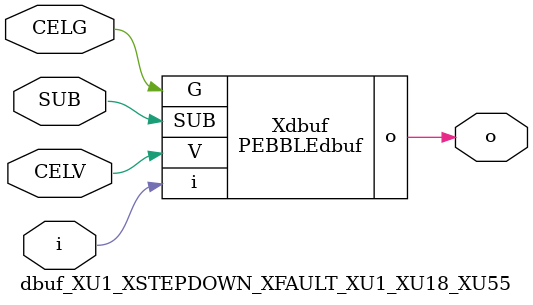
<source format=v>



module PEBBLEdbuf ( o, G, SUB, V, i );

  input V;
  input i;
  input G;
  output o;
  input SUB;
endmodule

//Celera Confidential Do Not Copy dbuf_XU1_XSTEPDOWN_XFAULT_XU1_XU18_XU55
//Celera Confidential Symbol Generator
//Digital Buffer
module dbuf_XU1_XSTEPDOWN_XFAULT_XU1_XU18_XU55 (CELV,CELG,i,o,SUB);
input CELV;
input CELG;
input i;
input SUB;
output o;

//Celera Confidential Do Not Copy dbuf
PEBBLEdbuf Xdbuf(
.V (CELV),
.i (i),
.o (o),
.SUB (SUB),
.G (CELG)
);
//,diesize,PEBBLEdbuf

//Celera Confidential Do Not Copy Module End
//Celera Schematic Generator
endmodule

</source>
